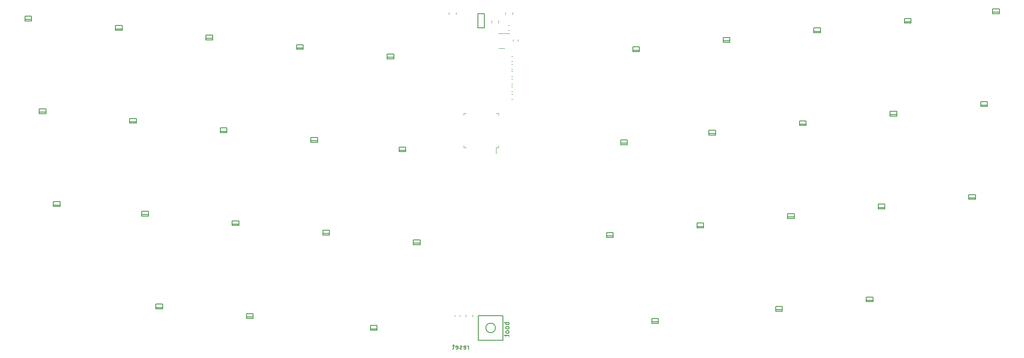
<source format=gbr>
%TF.GenerationSoftware,KiCad,Pcbnew,9.0.2*%
%TF.CreationDate,2025-07-14T20:44:15+08:00*%
%TF.ProjectId,Dimple_pcb,44696d70-6c65-45f7-9063-622e6b696361,rev?*%
%TF.SameCoordinates,Original*%
%TF.FileFunction,Legend,Bot*%
%TF.FilePolarity,Positive*%
%FSLAX46Y46*%
G04 Gerber Fmt 4.6, Leading zero omitted, Abs format (unit mm)*
G04 Created by KiCad (PCBNEW 9.0.2) date 2025-07-14 20:44:15*
%MOMM*%
%LPD*%
G01*
G04 APERTURE LIST*
%ADD10C,0.150000*%
%ADD11C,0.200000*%
%ADD12C,0.120000*%
G04 APERTURE END LIST*
D10*
X173536603Y-161530201D02*
X172536603Y-161530201D01*
X172917555Y-161530201D02*
X172869936Y-161625439D01*
X172869936Y-161625439D02*
X172869936Y-161815915D01*
X172869936Y-161815915D02*
X172917555Y-161911153D01*
X172917555Y-161911153D02*
X172965174Y-161958772D01*
X172965174Y-161958772D02*
X173060412Y-162006391D01*
X173060412Y-162006391D02*
X173346126Y-162006391D01*
X173346126Y-162006391D02*
X173441364Y-161958772D01*
X173441364Y-161958772D02*
X173488984Y-161911153D01*
X173488984Y-161911153D02*
X173536603Y-161815915D01*
X173536603Y-161815915D02*
X173536603Y-161625439D01*
X173536603Y-161625439D02*
X173488984Y-161530201D01*
X173536603Y-162577820D02*
X173488984Y-162482582D01*
X173488984Y-162482582D02*
X173441364Y-162434963D01*
X173441364Y-162434963D02*
X173346126Y-162387344D01*
X173346126Y-162387344D02*
X173060412Y-162387344D01*
X173060412Y-162387344D02*
X172965174Y-162434963D01*
X172965174Y-162434963D02*
X172917555Y-162482582D01*
X172917555Y-162482582D02*
X172869936Y-162577820D01*
X172869936Y-162577820D02*
X172869936Y-162720677D01*
X172869936Y-162720677D02*
X172917555Y-162815915D01*
X172917555Y-162815915D02*
X172965174Y-162863534D01*
X172965174Y-162863534D02*
X173060412Y-162911153D01*
X173060412Y-162911153D02*
X173346126Y-162911153D01*
X173346126Y-162911153D02*
X173441364Y-162863534D01*
X173441364Y-162863534D02*
X173488984Y-162815915D01*
X173488984Y-162815915D02*
X173536603Y-162720677D01*
X173536603Y-162720677D02*
X173536603Y-162577820D01*
X173536603Y-163482582D02*
X173488984Y-163387344D01*
X173488984Y-163387344D02*
X173441364Y-163339725D01*
X173441364Y-163339725D02*
X173346126Y-163292106D01*
X173346126Y-163292106D02*
X173060412Y-163292106D01*
X173060412Y-163292106D02*
X172965174Y-163339725D01*
X172965174Y-163339725D02*
X172917555Y-163387344D01*
X172917555Y-163387344D02*
X172869936Y-163482582D01*
X172869936Y-163482582D02*
X172869936Y-163625439D01*
X172869936Y-163625439D02*
X172917555Y-163720677D01*
X172917555Y-163720677D02*
X172965174Y-163768296D01*
X172965174Y-163768296D02*
X173060412Y-163815915D01*
X173060412Y-163815915D02*
X173346126Y-163815915D01*
X173346126Y-163815915D02*
X173441364Y-163768296D01*
X173441364Y-163768296D02*
X173488984Y-163720677D01*
X173488984Y-163720677D02*
X173536603Y-163625439D01*
X173536603Y-163625439D02*
X173536603Y-163482582D01*
X172869936Y-164101630D02*
X172869936Y-164482582D01*
X172536603Y-164244487D02*
X173393745Y-164244487D01*
X173393745Y-164244487D02*
X173488984Y-164292106D01*
X173488984Y-164292106D02*
X173536603Y-164387344D01*
X173536603Y-164387344D02*
X173536603Y-164482582D01*
X165055831Y-167148241D02*
X165055831Y-166481574D01*
X165055831Y-166672050D02*
X165008212Y-166576812D01*
X165008212Y-166576812D02*
X164960593Y-166529193D01*
X164960593Y-166529193D02*
X164865355Y-166481574D01*
X164865355Y-166481574D02*
X164770117Y-166481574D01*
X164055831Y-167100622D02*
X164151069Y-167148241D01*
X164151069Y-167148241D02*
X164341545Y-167148241D01*
X164341545Y-167148241D02*
X164436783Y-167100622D01*
X164436783Y-167100622D02*
X164484402Y-167005383D01*
X164484402Y-167005383D02*
X164484402Y-166624431D01*
X164484402Y-166624431D02*
X164436783Y-166529193D01*
X164436783Y-166529193D02*
X164341545Y-166481574D01*
X164341545Y-166481574D02*
X164151069Y-166481574D01*
X164151069Y-166481574D02*
X164055831Y-166529193D01*
X164055831Y-166529193D02*
X164008212Y-166624431D01*
X164008212Y-166624431D02*
X164008212Y-166719669D01*
X164008212Y-166719669D02*
X164484402Y-166814907D01*
X163627259Y-167100622D02*
X163532021Y-167148241D01*
X163532021Y-167148241D02*
X163341545Y-167148241D01*
X163341545Y-167148241D02*
X163246307Y-167100622D01*
X163246307Y-167100622D02*
X163198688Y-167005383D01*
X163198688Y-167005383D02*
X163198688Y-166957764D01*
X163198688Y-166957764D02*
X163246307Y-166862526D01*
X163246307Y-166862526D02*
X163341545Y-166814907D01*
X163341545Y-166814907D02*
X163484402Y-166814907D01*
X163484402Y-166814907D02*
X163579640Y-166767288D01*
X163579640Y-166767288D02*
X163627259Y-166672050D01*
X163627259Y-166672050D02*
X163627259Y-166624431D01*
X163627259Y-166624431D02*
X163579640Y-166529193D01*
X163579640Y-166529193D02*
X163484402Y-166481574D01*
X163484402Y-166481574D02*
X163341545Y-166481574D01*
X163341545Y-166481574D02*
X163246307Y-166529193D01*
X162389164Y-167100622D02*
X162484402Y-167148241D01*
X162484402Y-167148241D02*
X162674878Y-167148241D01*
X162674878Y-167148241D02*
X162770116Y-167100622D01*
X162770116Y-167100622D02*
X162817735Y-167005383D01*
X162817735Y-167005383D02*
X162817735Y-166624431D01*
X162817735Y-166624431D02*
X162770116Y-166529193D01*
X162770116Y-166529193D02*
X162674878Y-166481574D01*
X162674878Y-166481574D02*
X162484402Y-166481574D01*
X162484402Y-166481574D02*
X162389164Y-166529193D01*
X162389164Y-166529193D02*
X162341545Y-166624431D01*
X162341545Y-166624431D02*
X162341545Y-166719669D01*
X162341545Y-166719669D02*
X162817735Y-166814907D01*
X162055830Y-166481574D02*
X161674878Y-166481574D01*
X161912973Y-166148241D02*
X161912973Y-167005383D01*
X161912973Y-167005383D02*
X161865354Y-167100622D01*
X161865354Y-167100622D02*
X161770116Y-167148241D01*
X161770116Y-167148241D02*
X161674878Y-167148241D01*
D11*
X153466784Y-144193422D02*
X153466784Y-145193422D01*
X154866784Y-144193422D02*
X153466784Y-144193422D01*
X154866784Y-144193422D02*
X154866784Y-145193422D01*
X154866784Y-144893422D02*
X153466784Y-144893422D01*
X154866784Y-145193422D02*
X153466784Y-145193422D01*
D12*
X174001204Y-112033422D02*
X174282364Y-112033422D01*
X174001204Y-113053422D02*
X174282364Y-113053422D01*
D11*
X77966784Y-136193422D02*
X77966784Y-137193422D01*
X79366784Y-136193422D02*
X77966784Y-136193422D01*
X79366784Y-136193422D02*
X79366784Y-137193422D01*
X79366784Y-136893422D02*
X77966784Y-136893422D01*
X79366784Y-137193422D02*
X77966784Y-137193422D01*
X109966784Y-101193422D02*
X109966784Y-102193422D01*
X111366784Y-101193422D02*
X109966784Y-101193422D01*
X111366784Y-101193422D02*
X111366784Y-102193422D01*
X111366784Y-101893422D02*
X109966784Y-101893422D01*
X111366784Y-102193422D02*
X109966784Y-102193422D01*
X269966784Y-134693422D02*
X269966784Y-135693422D01*
X271366784Y-134693422D02*
X269966784Y-134693422D01*
X271366784Y-134693422D02*
X271366784Y-135693422D01*
X271366784Y-135393422D02*
X269966784Y-135393422D01*
X271366784Y-135693422D02*
X269966784Y-135693422D01*
X234466784Y-119193422D02*
X234466784Y-120193422D01*
X235866784Y-119193422D02*
X234466784Y-119193422D01*
X235866784Y-119193422D02*
X235866784Y-120193422D01*
X235866784Y-119893422D02*
X234466784Y-119893422D01*
X235866784Y-120193422D02*
X234466784Y-120193422D01*
D12*
X164056784Y-117583422D02*
X164506784Y-117583422D01*
X164056784Y-118033422D02*
X164056784Y-117583422D01*
X164056784Y-124353422D02*
X164056784Y-124803422D01*
X164056784Y-124803422D02*
X164506784Y-124803422D01*
X170826784Y-124803422D02*
X170826784Y-126093422D01*
X171276784Y-117583422D02*
X170826784Y-117583422D01*
X171276784Y-118033422D02*
X171276784Y-117583422D01*
X171276784Y-124353422D02*
X171276784Y-124803422D01*
X171276784Y-124803422D02*
X170826784Y-124803422D01*
D10*
X167066784Y-160093422D02*
X167066784Y-165293422D01*
X167066784Y-165293422D02*
X172266784Y-165293422D01*
X172266784Y-160093422D02*
X167066784Y-160093422D01*
X172266784Y-165293422D02*
X172266784Y-160093422D01*
X170666784Y-162693422D02*
G75*
G02*
X168666784Y-162693422I-1000000J0D01*
G01*
X168666784Y-162693422D02*
G75*
G02*
X170666784Y-162693422I1000000J0D01*
G01*
D11*
X237466784Y-99693422D02*
X237466784Y-100693422D01*
X238866784Y-99693422D02*
X237466784Y-99693422D01*
X238866784Y-99693422D02*
X238866784Y-100693422D01*
X238866784Y-100393422D02*
X237466784Y-100393422D01*
X238866784Y-100693422D02*
X237466784Y-100693422D01*
X231966784Y-138693422D02*
X231966784Y-139693422D01*
X233366784Y-138693422D02*
X231966784Y-138693422D01*
X233366784Y-138693422D02*
X233366784Y-139693422D01*
X233366784Y-139393422D02*
X231966784Y-139393422D01*
X233366784Y-139693422D02*
X231966784Y-139693422D01*
D12*
X162156784Y-160334002D02*
X162156784Y-160052842D01*
X163176784Y-160334002D02*
X163176784Y-160052842D01*
D11*
X74966784Y-116693422D02*
X74966784Y-117693422D01*
X76366784Y-116693422D02*
X74966784Y-116693422D01*
X76366784Y-116693422D02*
X76366784Y-117693422D01*
X76366784Y-117393422D02*
X74966784Y-117393422D01*
X76366784Y-117693422D02*
X74966784Y-117693422D01*
X250966784Y-136693422D02*
X250966784Y-137693422D01*
X252366784Y-136693422D02*
X250966784Y-136693422D01*
X252366784Y-136693422D02*
X252366784Y-137693422D01*
X252366784Y-137393422D02*
X250966784Y-137393422D01*
X252366784Y-137693422D02*
X250966784Y-137693422D01*
D12*
X171966784Y-100833422D02*
X171316784Y-100833422D01*
X171966784Y-100833422D02*
X173641784Y-100833422D01*
X171966784Y-103953422D02*
X171316784Y-103953422D01*
X171966784Y-103953422D02*
X172616784Y-103953422D01*
D11*
X212966784Y-140693422D02*
X212966784Y-141693422D01*
X214366784Y-140693422D02*
X212966784Y-140693422D01*
X214366784Y-140693422D02*
X214366784Y-141693422D01*
X214366784Y-141393422D02*
X212966784Y-141393422D01*
X214366784Y-141693422D02*
X212966784Y-141693422D01*
D12*
X174001204Y-107270922D02*
X174282364Y-107270922D01*
X174001204Y-108290922D02*
X174282364Y-108290922D01*
D11*
X196957515Y-123193422D02*
X196957515Y-124193422D01*
X198357515Y-123193422D02*
X196957515Y-123193422D01*
X198357515Y-123193422D02*
X198357515Y-124193422D01*
X198357515Y-123893422D02*
X196957515Y-123893422D01*
X198357515Y-124193422D02*
X196957515Y-124193422D01*
X144466784Y-162193422D02*
X144466784Y-163193422D01*
X145866784Y-162193422D02*
X144466784Y-162193422D01*
X145866784Y-162193422D02*
X145866784Y-163193422D01*
X145866784Y-162893422D02*
X144466784Y-162893422D01*
X145866784Y-163193422D02*
X144466784Y-163193422D01*
X248466784Y-156193422D02*
X248466784Y-157193422D01*
X249866784Y-156193422D02*
X248466784Y-156193422D01*
X249866784Y-156193422D02*
X249866784Y-157193422D01*
X249866784Y-156893422D02*
X248466784Y-156893422D01*
X249866784Y-157193422D02*
X248466784Y-157193422D01*
X203466784Y-160693422D02*
X203466784Y-161693422D01*
X204866784Y-160693422D02*
X203466784Y-160693422D01*
X204866784Y-160693422D02*
X204866784Y-161693422D01*
X204866784Y-161393422D02*
X203466784Y-161393422D01*
X204866784Y-161693422D02*
X203466784Y-161693422D01*
D12*
X160931784Y-96466358D02*
X160931784Y-96920486D01*
X162401784Y-96466358D02*
X162401784Y-96920486D01*
D11*
X229466784Y-158193422D02*
X229466784Y-159193422D01*
X230866784Y-158193422D02*
X229466784Y-158193422D01*
X230866784Y-158193422D02*
X230866784Y-159193422D01*
X230866784Y-158893422D02*
X229466784Y-158893422D01*
X230866784Y-159193422D02*
X229466784Y-159193422D01*
X131966784Y-122693422D02*
X131966784Y-123693422D01*
X133366784Y-122693422D02*
X131966784Y-122693422D01*
X133366784Y-122693422D02*
X133366784Y-123693422D01*
X133366784Y-123393422D02*
X131966784Y-123393422D01*
X133366784Y-123693422D02*
X131966784Y-123693422D01*
X115466784Y-140193422D02*
X115466784Y-141193422D01*
X116866784Y-140193422D02*
X115466784Y-140193422D01*
X116866784Y-140193422D02*
X116866784Y-141193422D01*
X116866784Y-140893422D02*
X115466784Y-140893422D01*
X116866784Y-141193422D02*
X115466784Y-141193422D01*
D12*
X173982454Y-113620922D02*
X174263614Y-113620922D01*
X173982454Y-114640922D02*
X174263614Y-114640922D01*
D11*
X199466784Y-103693422D02*
X199466784Y-104693422D01*
X200866784Y-103693422D02*
X199466784Y-103693422D01*
X200866784Y-103693422D02*
X200866784Y-104693422D01*
X200866784Y-104393422D02*
X199466784Y-104393422D01*
X200866784Y-104693422D02*
X199466784Y-104693422D01*
X112966784Y-120693422D02*
X112966784Y-121693422D01*
X114366784Y-120693422D02*
X112966784Y-120693422D01*
X114366784Y-120693422D02*
X114366784Y-121693422D01*
X114366784Y-121393422D02*
X112966784Y-121393422D01*
X114366784Y-121693422D02*
X112966784Y-121693422D01*
D10*
X167016784Y-96743422D02*
X167016784Y-99643422D01*
X167016784Y-96743422D02*
X168316784Y-96743422D01*
X168316784Y-96743422D02*
X168316784Y-99643422D01*
X168316784Y-99643422D02*
X167016784Y-99643422D01*
D11*
X93966784Y-118693422D02*
X93966784Y-119693422D01*
X95366784Y-118693422D02*
X93966784Y-118693422D01*
X95366784Y-118693422D02*
X95366784Y-119693422D01*
X95366784Y-119393422D02*
X93966784Y-119393422D01*
X95366784Y-119693422D02*
X93966784Y-119693422D01*
X215466784Y-121193422D02*
X215466784Y-122193422D01*
X216866784Y-121193422D02*
X215466784Y-121193422D01*
X216866784Y-121193422D02*
X216866784Y-122193422D01*
X216866784Y-121893422D02*
X215466784Y-121893422D01*
X216866784Y-122193422D02*
X215466784Y-122193422D01*
X150466784Y-124693422D02*
X150466784Y-125693422D01*
X151866784Y-124693422D02*
X150466784Y-124693422D01*
X151866784Y-124693422D02*
X151866784Y-125693422D01*
X151866784Y-125393422D02*
X150466784Y-125393422D01*
X151866784Y-125693422D02*
X150466784Y-125693422D01*
X134466784Y-142193422D02*
X134466784Y-143193422D01*
X135866784Y-142193422D02*
X134466784Y-142193422D01*
X135866784Y-142193422D02*
X135866784Y-143193422D01*
X135866784Y-142893422D02*
X134466784Y-142893422D01*
X135866784Y-143193422D02*
X134466784Y-143193422D01*
X256466784Y-97693422D02*
X256466784Y-98693422D01*
X257866784Y-97693422D02*
X256466784Y-97693422D01*
X257866784Y-97693422D02*
X257866784Y-98693422D01*
X257866784Y-98393422D02*
X256466784Y-98393422D01*
X257866784Y-98693422D02*
X256466784Y-98693422D01*
D12*
X174001204Y-105683422D02*
X174282364Y-105683422D01*
X174001204Y-106703422D02*
X174282364Y-106703422D01*
X174001204Y-108858422D02*
X174282364Y-108858422D01*
X174001204Y-109878422D02*
X174282364Y-109878422D01*
D11*
X253466784Y-117193422D02*
X253466784Y-118193422D01*
X254866784Y-117193422D02*
X253466784Y-117193422D01*
X254866784Y-117193422D02*
X254866784Y-118193422D01*
X254866784Y-117893422D02*
X253466784Y-117893422D01*
X254866784Y-118193422D02*
X253466784Y-118193422D01*
D12*
X169856784Y-98652000D02*
X169856784Y-98134844D01*
X171276784Y-98652000D02*
X171276784Y-98134844D01*
D11*
X118466784Y-159693422D02*
X118466784Y-160693422D01*
X119866784Y-159693422D02*
X118466784Y-159693422D01*
X119866784Y-159693422D02*
X119866784Y-160693422D01*
X119866784Y-160393422D02*
X118466784Y-160393422D01*
X119866784Y-160693422D02*
X118466784Y-160693422D01*
D12*
X174356784Y-102434002D02*
X174356784Y-102152842D01*
X175376784Y-102434002D02*
X175376784Y-102152842D01*
X173326204Y-99183422D02*
X173607364Y-99183422D01*
X173326204Y-100203422D02*
X173607364Y-100203422D01*
D11*
X274966784Y-95693422D02*
X274966784Y-96693422D01*
X276366784Y-95693422D02*
X274966784Y-95693422D01*
X276366784Y-95693422D02*
X276366784Y-96693422D01*
X276366784Y-96393422D02*
X274966784Y-96393422D01*
X276366784Y-96693422D02*
X274966784Y-96693422D01*
D12*
X164431784Y-159966358D02*
X164431784Y-160420486D01*
X165901784Y-159966358D02*
X165901784Y-160420486D01*
X174001204Y-110445922D02*
X174282364Y-110445922D01*
X174001204Y-111465922D02*
X174282364Y-111465922D01*
D11*
X71966784Y-97193422D02*
X71966784Y-98193422D01*
X73366784Y-97193422D02*
X71966784Y-97193422D01*
X73366784Y-97193422D02*
X73366784Y-98193422D01*
X73366784Y-97893422D02*
X71966784Y-97893422D01*
X73366784Y-98193422D02*
X71966784Y-98193422D01*
X147966784Y-105193422D02*
X147966784Y-106193422D01*
X149366784Y-105193422D02*
X147966784Y-105193422D01*
X149366784Y-105193422D02*
X149366784Y-106193422D01*
X149366784Y-105893422D02*
X147966784Y-105893422D01*
X149366784Y-106193422D02*
X147966784Y-106193422D01*
X128966784Y-103193422D02*
X128966784Y-104193422D01*
X130366784Y-103193422D02*
X128966784Y-103193422D01*
X130366784Y-103193422D02*
X130366784Y-104193422D01*
X130366784Y-103893422D02*
X128966784Y-103893422D01*
X130366784Y-104193422D02*
X128966784Y-104193422D01*
X99466784Y-157693422D02*
X99466784Y-158693422D01*
X100866784Y-157693422D02*
X99466784Y-157693422D01*
X100866784Y-157693422D02*
X100866784Y-158693422D01*
X100866784Y-158393422D02*
X99466784Y-158393422D01*
X100866784Y-158693422D02*
X99466784Y-158693422D01*
X90966784Y-99193422D02*
X90966784Y-100193422D01*
X92366784Y-99193422D02*
X90966784Y-99193422D01*
X92366784Y-99193422D02*
X92366784Y-100193422D01*
X92366784Y-99893422D02*
X90966784Y-99893422D01*
X92366784Y-100193422D02*
X90966784Y-100193422D01*
D12*
X172778812Y-96920486D02*
X172778812Y-96466358D01*
X174248812Y-96920486D02*
X174248812Y-96466358D01*
D11*
X218466784Y-101693422D02*
X218466784Y-102693422D01*
X219866784Y-101693422D02*
X218466784Y-101693422D01*
X219866784Y-101693422D02*
X219866784Y-102693422D01*
X219866784Y-102393422D02*
X218466784Y-102393422D01*
X219866784Y-102693422D02*
X218466784Y-102693422D01*
X272466784Y-115193422D02*
X272466784Y-116193422D01*
X273866784Y-115193422D02*
X272466784Y-115193422D01*
X273866784Y-115193422D02*
X273866784Y-116193422D01*
X273866784Y-115893422D02*
X272466784Y-115893422D01*
X273866784Y-116193422D02*
X272466784Y-116193422D01*
X193966784Y-142693422D02*
X193966784Y-143693422D01*
X195366784Y-142693422D02*
X193966784Y-142693422D01*
X195366784Y-142693422D02*
X195366784Y-143693422D01*
X195366784Y-143393422D02*
X193966784Y-143393422D01*
X195366784Y-143693422D02*
X193966784Y-143693422D01*
X96466784Y-138193422D02*
X96466784Y-139193422D01*
X97866784Y-138193422D02*
X96466784Y-138193422D01*
X97866784Y-138193422D02*
X97866784Y-139193422D01*
X97866784Y-138893422D02*
X96466784Y-138893422D01*
X97866784Y-139193422D02*
X96466784Y-139193422D01*
M02*

</source>
